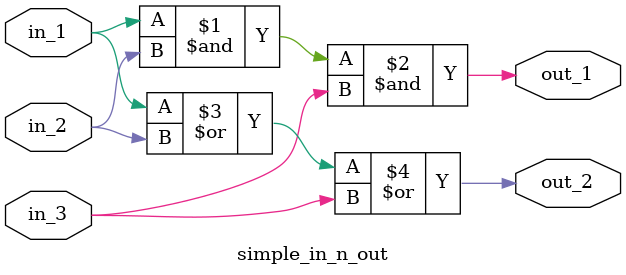
<source format=v>

module simple_in_n_out
         (
           // Inputs
           in_1,
           in_2,
           in_3,
           // Outputs
           out_1,
           out_2
         );

  // Port definitions

  input    in_1;
  input    in_2;
  input    in_3;

  output  out_1;
  output  out_2;

  // Design Implementation
  
  assign out_1 = in_1 & in_2 & in_3;
  assign out_2 = in_1 | in_2 | in_3;

endmodule

</source>
